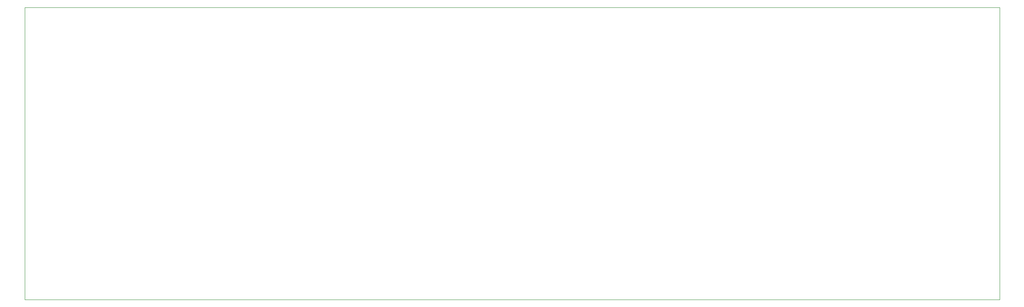
<source format=gbr>
%TF.GenerationSoftware,KiCad,Pcbnew,(6.0.7-1)-1*%
%TF.CreationDate,2023-01-17T23:08:22-05:00*%
%TF.ProjectId,2225_PE01,32323235-5f50-4453-9031-2e6b69636164,rev?*%
%TF.SameCoordinates,Original*%
%TF.FileFunction,Profile,NP*%
%FSLAX46Y46*%
G04 Gerber Fmt 4.6, Leading zero omitted, Abs format (unit mm)*
G04 Created by KiCad (PCBNEW (6.0.7-1)-1) date 2023-01-17 23:08:22*
%MOMM*%
%LPD*%
G01*
G04 APERTURE LIST*
%TA.AperFunction,Profile*%
%ADD10C,0.100000*%
%TD*%
G04 APERTURE END LIST*
D10*
X0Y0D02*
X200000000Y0D01*
X200000000Y0D02*
X200000000Y-60000000D01*
X200000000Y-60000000D02*
X0Y-60000000D01*
X0Y-60000000D02*
X0Y0D01*
M02*

</source>
